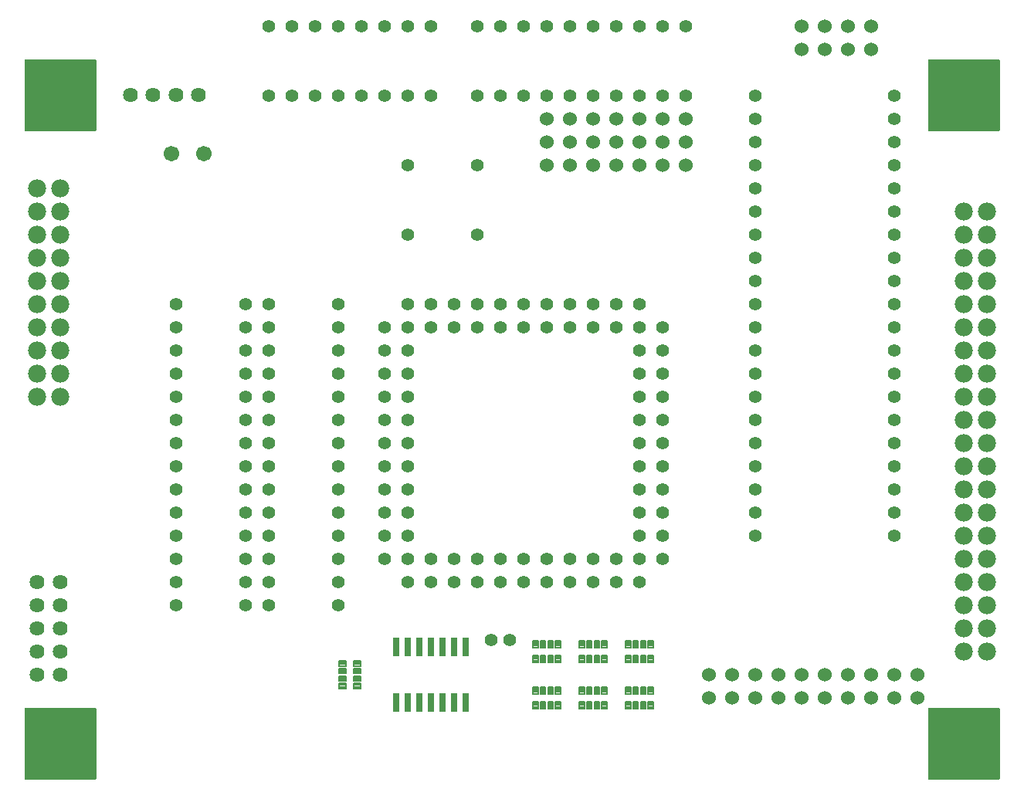
<source format=gbr>
G04 EAGLE Gerber RS-274X export*
G75*
%MOMM*%
%FSLAX34Y34*%
%LPD*%
%INSoldermask Top*%
%IPPOS*%
%AMOC8*
5,1,8,0,0,1.08239X$1,22.5*%
G01*
%ADD10C,1.981200*%
%ADD11C,1.701800*%
%ADD12C,1.422400*%
%ADD13C,1.625600*%
%ADD14C,0.200616*%
%ADD15C,0.179816*%
%ADD16R,0.762000X2.133600*%
%ADD17C,1.524000*%
%ADD18C,4.117600*%

G36*
X1066918Y633746D02*
X1066918Y633746D01*
X1067037Y633753D01*
X1067075Y633766D01*
X1067116Y633771D01*
X1067226Y633814D01*
X1067339Y633851D01*
X1067374Y633873D01*
X1067411Y633888D01*
X1067507Y633958D01*
X1067608Y634021D01*
X1067636Y634051D01*
X1067669Y634074D01*
X1067745Y634166D01*
X1067826Y634253D01*
X1067846Y634288D01*
X1067871Y634319D01*
X1067922Y634427D01*
X1067980Y634531D01*
X1067990Y634571D01*
X1068007Y634607D01*
X1068029Y634724D01*
X1068059Y634839D01*
X1068063Y634900D01*
X1068067Y634920D01*
X1068065Y634940D01*
X1068069Y635000D01*
X1068069Y711200D01*
X1068054Y711318D01*
X1068047Y711437D01*
X1068034Y711475D01*
X1068029Y711516D01*
X1067986Y711626D01*
X1067949Y711739D01*
X1067927Y711774D01*
X1067912Y711811D01*
X1067843Y711907D01*
X1067779Y712008D01*
X1067749Y712036D01*
X1067726Y712069D01*
X1067634Y712145D01*
X1067547Y712226D01*
X1067512Y712246D01*
X1067481Y712271D01*
X1067373Y712322D01*
X1067269Y712380D01*
X1067229Y712390D01*
X1067193Y712407D01*
X1067076Y712429D01*
X1066961Y712459D01*
X1066901Y712463D01*
X1066881Y712467D01*
X1066860Y712465D01*
X1066800Y712469D01*
X990600Y712469D01*
X990482Y712454D01*
X990363Y712447D01*
X990325Y712434D01*
X990284Y712429D01*
X990174Y712386D01*
X990061Y712349D01*
X990026Y712327D01*
X989989Y712312D01*
X989893Y712243D01*
X989792Y712179D01*
X989764Y712149D01*
X989731Y712126D01*
X989656Y712034D01*
X989574Y711947D01*
X989554Y711912D01*
X989529Y711881D01*
X989478Y711773D01*
X989420Y711669D01*
X989410Y711629D01*
X989393Y711593D01*
X989371Y711476D01*
X989341Y711361D01*
X989337Y711301D01*
X989333Y711281D01*
X989335Y711260D01*
X989331Y711200D01*
X989331Y635000D01*
X989346Y634882D01*
X989353Y634763D01*
X989366Y634725D01*
X989371Y634684D01*
X989414Y634574D01*
X989451Y634461D01*
X989473Y634426D01*
X989488Y634389D01*
X989558Y634293D01*
X989621Y634192D01*
X989651Y634164D01*
X989674Y634131D01*
X989766Y634056D01*
X989853Y633974D01*
X989888Y633954D01*
X989919Y633929D01*
X990027Y633878D01*
X990131Y633820D01*
X990171Y633810D01*
X990207Y633793D01*
X990324Y633771D01*
X990439Y633741D01*
X990500Y633737D01*
X990520Y633733D01*
X990540Y633735D01*
X990600Y633731D01*
X1066800Y633731D01*
X1066918Y633746D01*
G37*
G36*
X76318Y633746D02*
X76318Y633746D01*
X76437Y633753D01*
X76475Y633766D01*
X76516Y633771D01*
X76626Y633814D01*
X76739Y633851D01*
X76774Y633873D01*
X76811Y633888D01*
X76907Y633958D01*
X77008Y634021D01*
X77036Y634051D01*
X77069Y634074D01*
X77145Y634166D01*
X77226Y634253D01*
X77246Y634288D01*
X77271Y634319D01*
X77322Y634427D01*
X77380Y634531D01*
X77390Y634571D01*
X77407Y634607D01*
X77429Y634724D01*
X77459Y634839D01*
X77463Y634900D01*
X77467Y634920D01*
X77465Y634940D01*
X77469Y635000D01*
X77469Y711200D01*
X77454Y711318D01*
X77447Y711437D01*
X77434Y711475D01*
X77429Y711516D01*
X77386Y711626D01*
X77349Y711739D01*
X77327Y711774D01*
X77312Y711811D01*
X77243Y711907D01*
X77179Y712008D01*
X77149Y712036D01*
X77126Y712069D01*
X77034Y712145D01*
X76947Y712226D01*
X76912Y712246D01*
X76881Y712271D01*
X76773Y712322D01*
X76669Y712380D01*
X76629Y712390D01*
X76593Y712407D01*
X76476Y712429D01*
X76361Y712459D01*
X76301Y712463D01*
X76281Y712467D01*
X76260Y712465D01*
X76200Y712469D01*
X0Y712469D01*
X-118Y712454D01*
X-237Y712447D01*
X-275Y712434D01*
X-316Y712429D01*
X-426Y712386D01*
X-539Y712349D01*
X-574Y712327D01*
X-611Y712312D01*
X-707Y712243D01*
X-808Y712179D01*
X-836Y712149D01*
X-869Y712126D01*
X-945Y712034D01*
X-1026Y711947D01*
X-1046Y711912D01*
X-1071Y711881D01*
X-1122Y711773D01*
X-1180Y711669D01*
X-1190Y711629D01*
X-1207Y711593D01*
X-1229Y711476D01*
X-1259Y711361D01*
X-1263Y711301D01*
X-1267Y711281D01*
X-1265Y711260D01*
X-1269Y711200D01*
X-1269Y635000D01*
X-1254Y634882D01*
X-1247Y634763D01*
X-1234Y634725D01*
X-1229Y634684D01*
X-1186Y634574D01*
X-1149Y634461D01*
X-1127Y634426D01*
X-1112Y634389D01*
X-1043Y634293D01*
X-979Y634192D01*
X-949Y634164D01*
X-926Y634131D01*
X-834Y634056D01*
X-747Y633974D01*
X-712Y633954D01*
X-681Y633929D01*
X-573Y633878D01*
X-469Y633820D01*
X-429Y633810D01*
X-393Y633793D01*
X-276Y633771D01*
X-161Y633741D01*
X-101Y633737D01*
X-81Y633733D01*
X-60Y633735D01*
X0Y633731D01*
X76200Y633731D01*
X76318Y633746D01*
G37*
G36*
X1066918Y-77454D02*
X1066918Y-77454D01*
X1067037Y-77447D01*
X1067075Y-77434D01*
X1067116Y-77429D01*
X1067226Y-77386D01*
X1067339Y-77349D01*
X1067374Y-77327D01*
X1067411Y-77312D01*
X1067507Y-77243D01*
X1067608Y-77179D01*
X1067636Y-77149D01*
X1067669Y-77126D01*
X1067745Y-77034D01*
X1067826Y-76947D01*
X1067846Y-76912D01*
X1067871Y-76881D01*
X1067922Y-76773D01*
X1067980Y-76669D01*
X1067990Y-76629D01*
X1068007Y-76593D01*
X1068029Y-76476D01*
X1068059Y-76361D01*
X1068063Y-76301D01*
X1068067Y-76281D01*
X1068065Y-76260D01*
X1068069Y-76200D01*
X1068069Y0D01*
X1068054Y118D01*
X1068047Y237D01*
X1068034Y275D01*
X1068029Y316D01*
X1067986Y426D01*
X1067949Y539D01*
X1067927Y574D01*
X1067912Y611D01*
X1067843Y707D01*
X1067779Y808D01*
X1067749Y836D01*
X1067726Y869D01*
X1067634Y945D01*
X1067547Y1026D01*
X1067512Y1046D01*
X1067481Y1071D01*
X1067373Y1122D01*
X1067269Y1180D01*
X1067229Y1190D01*
X1067193Y1207D01*
X1067076Y1229D01*
X1066961Y1259D01*
X1066901Y1263D01*
X1066881Y1267D01*
X1066860Y1265D01*
X1066800Y1269D01*
X990600Y1269D01*
X990482Y1254D01*
X990363Y1247D01*
X990325Y1234D01*
X990284Y1229D01*
X990174Y1186D01*
X990061Y1149D01*
X990026Y1127D01*
X989989Y1112D01*
X989893Y1043D01*
X989792Y979D01*
X989764Y949D01*
X989731Y926D01*
X989656Y834D01*
X989574Y747D01*
X989554Y712D01*
X989529Y681D01*
X989478Y573D01*
X989420Y469D01*
X989410Y429D01*
X989393Y393D01*
X989371Y276D01*
X989341Y161D01*
X989337Y101D01*
X989333Y81D01*
X989335Y60D01*
X989331Y0D01*
X989331Y-76200D01*
X989346Y-76318D01*
X989353Y-76437D01*
X989366Y-76475D01*
X989371Y-76516D01*
X989414Y-76626D01*
X989451Y-76739D01*
X989473Y-76774D01*
X989488Y-76811D01*
X989558Y-76907D01*
X989621Y-77008D01*
X989651Y-77036D01*
X989674Y-77069D01*
X989766Y-77145D01*
X989853Y-77226D01*
X989888Y-77246D01*
X989919Y-77271D01*
X990027Y-77322D01*
X990131Y-77380D01*
X990171Y-77390D01*
X990207Y-77407D01*
X990324Y-77429D01*
X990439Y-77459D01*
X990500Y-77463D01*
X990520Y-77467D01*
X990540Y-77465D01*
X990600Y-77469D01*
X1066800Y-77469D01*
X1066918Y-77454D01*
G37*
G36*
X76318Y-77454D02*
X76318Y-77454D01*
X76437Y-77447D01*
X76475Y-77434D01*
X76516Y-77429D01*
X76626Y-77386D01*
X76739Y-77349D01*
X76774Y-77327D01*
X76811Y-77312D01*
X76907Y-77243D01*
X77008Y-77179D01*
X77036Y-77149D01*
X77069Y-77126D01*
X77145Y-77034D01*
X77226Y-76947D01*
X77246Y-76912D01*
X77271Y-76881D01*
X77322Y-76773D01*
X77380Y-76669D01*
X77390Y-76629D01*
X77407Y-76593D01*
X77429Y-76476D01*
X77459Y-76361D01*
X77463Y-76301D01*
X77467Y-76281D01*
X77465Y-76260D01*
X77469Y-76200D01*
X77469Y0D01*
X77454Y118D01*
X77447Y237D01*
X77434Y275D01*
X77429Y316D01*
X77386Y426D01*
X77349Y539D01*
X77327Y574D01*
X77312Y611D01*
X77243Y707D01*
X77179Y808D01*
X77149Y836D01*
X77126Y869D01*
X77034Y945D01*
X76947Y1026D01*
X76912Y1046D01*
X76881Y1071D01*
X76773Y1122D01*
X76669Y1180D01*
X76629Y1190D01*
X76593Y1207D01*
X76476Y1229D01*
X76361Y1259D01*
X76301Y1263D01*
X76281Y1267D01*
X76260Y1265D01*
X76200Y1269D01*
X0Y1269D01*
X-118Y1254D01*
X-237Y1247D01*
X-275Y1234D01*
X-316Y1229D01*
X-426Y1186D01*
X-539Y1149D01*
X-574Y1127D01*
X-611Y1112D01*
X-707Y1043D01*
X-808Y979D01*
X-836Y949D01*
X-869Y926D01*
X-945Y834D01*
X-1026Y747D01*
X-1046Y712D01*
X-1071Y681D01*
X-1122Y573D01*
X-1180Y469D01*
X-1190Y429D01*
X-1207Y393D01*
X-1229Y276D01*
X-1259Y161D01*
X-1263Y101D01*
X-1267Y81D01*
X-1265Y60D01*
X-1269Y0D01*
X-1269Y-76200D01*
X-1254Y-76318D01*
X-1247Y-76437D01*
X-1234Y-76475D01*
X-1229Y-76516D01*
X-1186Y-76626D01*
X-1149Y-76739D01*
X-1127Y-76774D01*
X-1112Y-76811D01*
X-1043Y-76907D01*
X-979Y-77008D01*
X-949Y-77036D01*
X-926Y-77069D01*
X-834Y-77145D01*
X-747Y-77226D01*
X-712Y-77246D01*
X-681Y-77271D01*
X-573Y-77322D01*
X-469Y-77380D01*
X-429Y-77390D01*
X-393Y-77407D01*
X-276Y-77429D01*
X-161Y-77459D01*
X-101Y-77463D01*
X-81Y-77467D01*
X-60Y-77465D01*
X0Y-77469D01*
X76200Y-77469D01*
X76318Y-77454D01*
G37*
D10*
X1054100Y63500D03*
X1028700Y63500D03*
X1054100Y88900D03*
X1028700Y88900D03*
X1054100Y114300D03*
X1028700Y114300D03*
X1054100Y139700D03*
X1028700Y139700D03*
X1054100Y165100D03*
X1028700Y165100D03*
X1054100Y190500D03*
X1028700Y190500D03*
X1054100Y215900D03*
X1028700Y215900D03*
X1054100Y241300D03*
X1028700Y241300D03*
X1054100Y266700D03*
X1028700Y266700D03*
X1054100Y292100D03*
X1028700Y292100D03*
X1054100Y317500D03*
X1028700Y317500D03*
X1054100Y342900D03*
X1028700Y342900D03*
X1054100Y368300D03*
X1028700Y368300D03*
X1054100Y393700D03*
X1028700Y393700D03*
X1054100Y419100D03*
X1028700Y419100D03*
X1054100Y444500D03*
X1028700Y444500D03*
X1054100Y469900D03*
X1028700Y469900D03*
X1054100Y495300D03*
X1028700Y495300D03*
X1054100Y520700D03*
X1028700Y520700D03*
X1054100Y546100D03*
X1028700Y546100D03*
D11*
X195580Y609600D03*
X160020Y609600D03*
D10*
X38100Y342900D03*
X12700Y342900D03*
X38100Y368300D03*
X12700Y368300D03*
X38100Y393700D03*
X12700Y393700D03*
X38100Y419100D03*
X12700Y419100D03*
X38100Y444500D03*
X12700Y444500D03*
X38100Y469900D03*
X12700Y469900D03*
X38100Y495300D03*
X12700Y495300D03*
X38100Y520700D03*
X12700Y520700D03*
X38100Y546100D03*
X12700Y546100D03*
X38100Y571500D03*
X12700Y571500D03*
D12*
X546100Y444500D03*
X546100Y419100D03*
X520700Y444500D03*
X520700Y419100D03*
X495300Y444500D03*
X495300Y419100D03*
X469900Y444500D03*
X469900Y419100D03*
X444500Y444500D03*
X444500Y419100D03*
X419100Y444500D03*
X393700Y419100D03*
X419100Y419100D03*
X393700Y393700D03*
X419100Y393700D03*
X393700Y368300D03*
X419100Y368300D03*
X393700Y342900D03*
X419100Y342900D03*
X393700Y317500D03*
X419100Y317500D03*
X393700Y292100D03*
X419100Y292100D03*
X393700Y266700D03*
X419100Y266700D03*
X393700Y241300D03*
X419100Y241300D03*
X393700Y215900D03*
X419100Y215900D03*
X393700Y190500D03*
X393700Y165100D03*
X419100Y190500D03*
X419100Y139700D03*
X419100Y165100D03*
X444500Y165100D03*
X444500Y139700D03*
X469900Y165100D03*
X469900Y139700D03*
X495300Y165100D03*
X495300Y139700D03*
X520700Y139700D03*
X520700Y165100D03*
X546100Y139700D03*
X546100Y165100D03*
X571500Y139700D03*
X571500Y165100D03*
X596900Y139700D03*
X596900Y165100D03*
X622300Y165100D03*
X622300Y139700D03*
X647700Y165100D03*
X647700Y139700D03*
X673100Y139700D03*
X673100Y419100D03*
X698500Y419100D03*
X673100Y393700D03*
X698500Y393700D03*
X673100Y368300D03*
X698500Y368300D03*
X673100Y342900D03*
X698500Y342900D03*
X673100Y317500D03*
X698500Y317500D03*
X673100Y292100D03*
X698500Y292100D03*
X673100Y266700D03*
X698500Y266700D03*
X673100Y241300D03*
X698500Y241300D03*
X673100Y215900D03*
X698500Y215900D03*
X673100Y190500D03*
X673100Y165100D03*
X698500Y190500D03*
X698500Y165100D03*
X596900Y419100D03*
X596900Y444500D03*
X622300Y419100D03*
X622300Y444500D03*
X647700Y419100D03*
X647700Y444500D03*
X673100Y444500D03*
X571500Y444500D03*
X571500Y419100D03*
X266700Y444500D03*
X266700Y419100D03*
X266700Y292100D03*
X266700Y266700D03*
X266700Y393700D03*
X266700Y368300D03*
X266700Y317500D03*
X266700Y342900D03*
X266700Y241300D03*
X266700Y215900D03*
X266700Y190500D03*
X266700Y165100D03*
X266700Y139700D03*
X266700Y114300D03*
X342900Y114300D03*
X342900Y139700D03*
X342900Y165100D03*
X342900Y190500D03*
X342900Y215900D03*
X342900Y241300D03*
X342900Y266700D03*
X342900Y292100D03*
X342900Y317500D03*
X342900Y342900D03*
X342900Y368300D03*
X342900Y393700D03*
X342900Y419100D03*
X342900Y444500D03*
D13*
X139900Y674100D03*
X114900Y674100D03*
X164900Y674100D03*
X189900Y674100D03*
D12*
X419100Y596900D03*
X419100Y520700D03*
X495300Y520700D03*
X495300Y596900D03*
X165100Y444500D03*
X165100Y419100D03*
X165100Y292100D03*
X165100Y266700D03*
X165100Y393700D03*
X165100Y368300D03*
X165100Y317500D03*
X165100Y342900D03*
X165100Y241300D03*
X165100Y215900D03*
X165100Y190500D03*
X165100Y165100D03*
X165100Y139700D03*
X165100Y114300D03*
X241300Y114300D03*
X241300Y139700D03*
X241300Y165100D03*
X241300Y190500D03*
X241300Y215900D03*
X241300Y241300D03*
X241300Y266700D03*
X241300Y292100D03*
X241300Y317500D03*
X241300Y342900D03*
X241300Y368300D03*
X241300Y393700D03*
X241300Y419100D03*
X241300Y444500D03*
D14*
X561955Y59155D02*
X561955Y51645D01*
X556245Y51645D01*
X556245Y59155D01*
X561955Y59155D01*
X561955Y53551D02*
X556245Y53551D01*
X556245Y55457D02*
X561955Y55457D01*
X561955Y57363D02*
X556245Y57363D01*
D15*
X570059Y59259D02*
X570059Y51541D01*
X564941Y51541D01*
X564941Y59259D01*
X570059Y59259D01*
X570059Y53249D02*
X564941Y53249D01*
X564941Y54957D02*
X570059Y54957D01*
X570059Y56665D02*
X564941Y56665D01*
X564941Y58373D02*
X570059Y58373D01*
X578059Y59259D02*
X578059Y51541D01*
X572941Y51541D01*
X572941Y59259D01*
X578059Y59259D01*
X578059Y53249D02*
X572941Y53249D01*
X572941Y54957D02*
X578059Y54957D01*
X578059Y56665D02*
X572941Y56665D01*
X572941Y58373D02*
X578059Y58373D01*
D14*
X586755Y59155D02*
X586755Y51645D01*
X581045Y51645D01*
X581045Y59155D01*
X586755Y59155D01*
X586755Y53551D02*
X581045Y53551D01*
X581045Y55457D02*
X586755Y55457D01*
X586755Y57363D02*
X581045Y57363D01*
X586755Y67845D02*
X586755Y75355D01*
X586755Y67845D02*
X581045Y67845D01*
X581045Y75355D01*
X586755Y75355D01*
X586755Y69751D02*
X581045Y69751D01*
X581045Y71657D02*
X586755Y71657D01*
X586755Y73563D02*
X581045Y73563D01*
D15*
X578059Y75459D02*
X578059Y67741D01*
X572941Y67741D01*
X572941Y75459D01*
X578059Y75459D01*
X578059Y69449D02*
X572941Y69449D01*
X572941Y71157D02*
X578059Y71157D01*
X578059Y72865D02*
X572941Y72865D01*
X572941Y74573D02*
X578059Y74573D01*
X570059Y75459D02*
X570059Y67741D01*
X564941Y67741D01*
X564941Y75459D01*
X570059Y75459D01*
X570059Y69449D02*
X564941Y69449D01*
X564941Y71157D02*
X570059Y71157D01*
X570059Y72865D02*
X564941Y72865D01*
X564941Y74573D02*
X570059Y74573D01*
D14*
X561955Y75355D02*
X561955Y67845D01*
X556245Y67845D01*
X556245Y75355D01*
X561955Y75355D01*
X561955Y69751D02*
X556245Y69751D01*
X556245Y71657D02*
X561955Y71657D01*
X561955Y73563D02*
X556245Y73563D01*
X561955Y8355D02*
X561955Y845D01*
X556245Y845D01*
X556245Y8355D01*
X561955Y8355D01*
X561955Y2751D02*
X556245Y2751D01*
X556245Y4657D02*
X561955Y4657D01*
X561955Y6563D02*
X556245Y6563D01*
D15*
X570059Y8459D02*
X570059Y741D01*
X564941Y741D01*
X564941Y8459D01*
X570059Y8459D01*
X570059Y2449D02*
X564941Y2449D01*
X564941Y4157D02*
X570059Y4157D01*
X570059Y5865D02*
X564941Y5865D01*
X564941Y7573D02*
X570059Y7573D01*
X578059Y8459D02*
X578059Y741D01*
X572941Y741D01*
X572941Y8459D01*
X578059Y8459D01*
X578059Y2449D02*
X572941Y2449D01*
X572941Y4157D02*
X578059Y4157D01*
X578059Y5865D02*
X572941Y5865D01*
X572941Y7573D02*
X578059Y7573D01*
D14*
X586755Y8355D02*
X586755Y845D01*
X581045Y845D01*
X581045Y8355D01*
X586755Y8355D01*
X586755Y2751D02*
X581045Y2751D01*
X581045Y4657D02*
X586755Y4657D01*
X586755Y6563D02*
X581045Y6563D01*
X586755Y17045D02*
X586755Y24555D01*
X586755Y17045D02*
X581045Y17045D01*
X581045Y24555D01*
X586755Y24555D01*
X586755Y18951D02*
X581045Y18951D01*
X581045Y20857D02*
X586755Y20857D01*
X586755Y22763D02*
X581045Y22763D01*
D15*
X578059Y24659D02*
X578059Y16941D01*
X572941Y16941D01*
X572941Y24659D01*
X578059Y24659D01*
X578059Y18649D02*
X572941Y18649D01*
X572941Y20357D02*
X578059Y20357D01*
X578059Y22065D02*
X572941Y22065D01*
X572941Y23773D02*
X578059Y23773D01*
X570059Y24659D02*
X570059Y16941D01*
X564941Y16941D01*
X564941Y24659D01*
X570059Y24659D01*
X570059Y18649D02*
X564941Y18649D01*
X564941Y20357D02*
X570059Y20357D01*
X570059Y22065D02*
X564941Y22065D01*
X564941Y23773D02*
X570059Y23773D01*
D14*
X561955Y24555D02*
X561955Y17045D01*
X556245Y17045D01*
X556245Y24555D01*
X561955Y24555D01*
X561955Y18951D02*
X556245Y18951D01*
X556245Y20857D02*
X561955Y20857D01*
X561955Y22763D02*
X556245Y22763D01*
X612755Y51645D02*
X612755Y59155D01*
X612755Y51645D02*
X607045Y51645D01*
X607045Y59155D01*
X612755Y59155D01*
X612755Y53551D02*
X607045Y53551D01*
X607045Y55457D02*
X612755Y55457D01*
X612755Y57363D02*
X607045Y57363D01*
D15*
X620859Y59259D02*
X620859Y51541D01*
X615741Y51541D01*
X615741Y59259D01*
X620859Y59259D01*
X620859Y53249D02*
X615741Y53249D01*
X615741Y54957D02*
X620859Y54957D01*
X620859Y56665D02*
X615741Y56665D01*
X615741Y58373D02*
X620859Y58373D01*
X628859Y59259D02*
X628859Y51541D01*
X623741Y51541D01*
X623741Y59259D01*
X628859Y59259D01*
X628859Y53249D02*
X623741Y53249D01*
X623741Y54957D02*
X628859Y54957D01*
X628859Y56665D02*
X623741Y56665D01*
X623741Y58373D02*
X628859Y58373D01*
D14*
X637555Y59155D02*
X637555Y51645D01*
X631845Y51645D01*
X631845Y59155D01*
X637555Y59155D01*
X637555Y53551D02*
X631845Y53551D01*
X631845Y55457D02*
X637555Y55457D01*
X637555Y57363D02*
X631845Y57363D01*
X637555Y67845D02*
X637555Y75355D01*
X637555Y67845D02*
X631845Y67845D01*
X631845Y75355D01*
X637555Y75355D01*
X637555Y69751D02*
X631845Y69751D01*
X631845Y71657D02*
X637555Y71657D01*
X637555Y73563D02*
X631845Y73563D01*
D15*
X628859Y75459D02*
X628859Y67741D01*
X623741Y67741D01*
X623741Y75459D01*
X628859Y75459D01*
X628859Y69449D02*
X623741Y69449D01*
X623741Y71157D02*
X628859Y71157D01*
X628859Y72865D02*
X623741Y72865D01*
X623741Y74573D02*
X628859Y74573D01*
X620859Y75459D02*
X620859Y67741D01*
X615741Y67741D01*
X615741Y75459D01*
X620859Y75459D01*
X620859Y69449D02*
X615741Y69449D01*
X615741Y71157D02*
X620859Y71157D01*
X620859Y72865D02*
X615741Y72865D01*
X615741Y74573D02*
X620859Y74573D01*
D14*
X612755Y75355D02*
X612755Y67845D01*
X607045Y67845D01*
X607045Y75355D01*
X612755Y75355D01*
X612755Y69751D02*
X607045Y69751D01*
X607045Y71657D02*
X612755Y71657D01*
X612755Y73563D02*
X607045Y73563D01*
X612755Y8355D02*
X612755Y845D01*
X607045Y845D01*
X607045Y8355D01*
X612755Y8355D01*
X612755Y2751D02*
X607045Y2751D01*
X607045Y4657D02*
X612755Y4657D01*
X612755Y6563D02*
X607045Y6563D01*
D15*
X620859Y8459D02*
X620859Y741D01*
X615741Y741D01*
X615741Y8459D01*
X620859Y8459D01*
X620859Y2449D02*
X615741Y2449D01*
X615741Y4157D02*
X620859Y4157D01*
X620859Y5865D02*
X615741Y5865D01*
X615741Y7573D02*
X620859Y7573D01*
X628859Y8459D02*
X628859Y741D01*
X623741Y741D01*
X623741Y8459D01*
X628859Y8459D01*
X628859Y2449D02*
X623741Y2449D01*
X623741Y4157D02*
X628859Y4157D01*
X628859Y5865D02*
X623741Y5865D01*
X623741Y7573D02*
X628859Y7573D01*
D14*
X637555Y8355D02*
X637555Y845D01*
X631845Y845D01*
X631845Y8355D01*
X637555Y8355D01*
X637555Y2751D02*
X631845Y2751D01*
X631845Y4657D02*
X637555Y4657D01*
X637555Y6563D02*
X631845Y6563D01*
X637555Y17045D02*
X637555Y24555D01*
X637555Y17045D02*
X631845Y17045D01*
X631845Y24555D01*
X637555Y24555D01*
X637555Y18951D02*
X631845Y18951D01*
X631845Y20857D02*
X637555Y20857D01*
X637555Y22763D02*
X631845Y22763D01*
D15*
X628859Y24659D02*
X628859Y16941D01*
X623741Y16941D01*
X623741Y24659D01*
X628859Y24659D01*
X628859Y18649D02*
X623741Y18649D01*
X623741Y20357D02*
X628859Y20357D01*
X628859Y22065D02*
X623741Y22065D01*
X623741Y23773D02*
X628859Y23773D01*
X620859Y24659D02*
X620859Y16941D01*
X615741Y16941D01*
X615741Y24659D01*
X620859Y24659D01*
X620859Y18649D02*
X615741Y18649D01*
X615741Y20357D02*
X620859Y20357D01*
X620859Y22065D02*
X615741Y22065D01*
X615741Y23773D02*
X620859Y23773D01*
D14*
X612755Y24555D02*
X612755Y17045D01*
X607045Y17045D01*
X607045Y24555D01*
X612755Y24555D01*
X612755Y18951D02*
X607045Y18951D01*
X607045Y20857D02*
X612755Y20857D01*
X612755Y22763D02*
X607045Y22763D01*
X663555Y51645D02*
X663555Y59155D01*
X663555Y51645D02*
X657845Y51645D01*
X657845Y59155D01*
X663555Y59155D01*
X663555Y53551D02*
X657845Y53551D01*
X657845Y55457D02*
X663555Y55457D01*
X663555Y57363D02*
X657845Y57363D01*
D15*
X671659Y59259D02*
X671659Y51541D01*
X666541Y51541D01*
X666541Y59259D01*
X671659Y59259D01*
X671659Y53249D02*
X666541Y53249D01*
X666541Y54957D02*
X671659Y54957D01*
X671659Y56665D02*
X666541Y56665D01*
X666541Y58373D02*
X671659Y58373D01*
X679659Y59259D02*
X679659Y51541D01*
X674541Y51541D01*
X674541Y59259D01*
X679659Y59259D01*
X679659Y53249D02*
X674541Y53249D01*
X674541Y54957D02*
X679659Y54957D01*
X679659Y56665D02*
X674541Y56665D01*
X674541Y58373D02*
X679659Y58373D01*
D14*
X688355Y59155D02*
X688355Y51645D01*
X682645Y51645D01*
X682645Y59155D01*
X688355Y59155D01*
X688355Y53551D02*
X682645Y53551D01*
X682645Y55457D02*
X688355Y55457D01*
X688355Y57363D02*
X682645Y57363D01*
X688355Y67845D02*
X688355Y75355D01*
X688355Y67845D02*
X682645Y67845D01*
X682645Y75355D01*
X688355Y75355D01*
X688355Y69751D02*
X682645Y69751D01*
X682645Y71657D02*
X688355Y71657D01*
X688355Y73563D02*
X682645Y73563D01*
D15*
X679659Y75459D02*
X679659Y67741D01*
X674541Y67741D01*
X674541Y75459D01*
X679659Y75459D01*
X679659Y69449D02*
X674541Y69449D01*
X674541Y71157D02*
X679659Y71157D01*
X679659Y72865D02*
X674541Y72865D01*
X674541Y74573D02*
X679659Y74573D01*
X671659Y75459D02*
X671659Y67741D01*
X666541Y67741D01*
X666541Y75459D01*
X671659Y75459D01*
X671659Y69449D02*
X666541Y69449D01*
X666541Y71157D02*
X671659Y71157D01*
X671659Y72865D02*
X666541Y72865D01*
X666541Y74573D02*
X671659Y74573D01*
D14*
X663555Y75355D02*
X663555Y67845D01*
X657845Y67845D01*
X657845Y75355D01*
X663555Y75355D01*
X663555Y69751D02*
X657845Y69751D01*
X657845Y71657D02*
X663555Y71657D01*
X663555Y73563D02*
X657845Y73563D01*
X663555Y8355D02*
X663555Y845D01*
X657845Y845D01*
X657845Y8355D01*
X663555Y8355D01*
X663555Y2751D02*
X657845Y2751D01*
X657845Y4657D02*
X663555Y4657D01*
X663555Y6563D02*
X657845Y6563D01*
D15*
X671659Y8459D02*
X671659Y741D01*
X666541Y741D01*
X666541Y8459D01*
X671659Y8459D01*
X671659Y2449D02*
X666541Y2449D01*
X666541Y4157D02*
X671659Y4157D01*
X671659Y5865D02*
X666541Y5865D01*
X666541Y7573D02*
X671659Y7573D01*
X679659Y8459D02*
X679659Y741D01*
X674541Y741D01*
X674541Y8459D01*
X679659Y8459D01*
X679659Y2449D02*
X674541Y2449D01*
X674541Y4157D02*
X679659Y4157D01*
X679659Y5865D02*
X674541Y5865D01*
X674541Y7573D02*
X679659Y7573D01*
D14*
X688355Y8355D02*
X688355Y845D01*
X682645Y845D01*
X682645Y8355D01*
X688355Y8355D01*
X688355Y2751D02*
X682645Y2751D01*
X682645Y4657D02*
X688355Y4657D01*
X688355Y6563D02*
X682645Y6563D01*
X688355Y17045D02*
X688355Y24555D01*
X688355Y17045D02*
X682645Y17045D01*
X682645Y24555D01*
X688355Y24555D01*
X688355Y18951D02*
X682645Y18951D01*
X682645Y20857D02*
X688355Y20857D01*
X688355Y22763D02*
X682645Y22763D01*
D15*
X679659Y24659D02*
X679659Y16941D01*
X674541Y16941D01*
X674541Y24659D01*
X679659Y24659D01*
X679659Y18649D02*
X674541Y18649D01*
X674541Y20357D02*
X679659Y20357D01*
X679659Y22065D02*
X674541Y22065D01*
X674541Y23773D02*
X679659Y23773D01*
X671659Y24659D02*
X671659Y16941D01*
X666541Y16941D01*
X666541Y24659D01*
X671659Y24659D01*
X671659Y18649D02*
X666541Y18649D01*
X666541Y20357D02*
X671659Y20357D01*
X671659Y22065D02*
X666541Y22065D01*
X666541Y23773D02*
X671659Y23773D01*
D14*
X663555Y24555D02*
X663555Y17045D01*
X657845Y17045D01*
X657845Y24555D01*
X663555Y24555D01*
X663555Y18951D02*
X657845Y18951D01*
X657845Y20857D02*
X663555Y20857D01*
X663555Y22763D02*
X657845Y22763D01*
D16*
X406400Y7366D03*
X406400Y68834D03*
X419100Y7366D03*
X431800Y7366D03*
X419100Y68834D03*
X431800Y68834D03*
X444500Y7366D03*
X444500Y68834D03*
X457200Y7366D03*
X469900Y7366D03*
X457200Y68834D03*
X469900Y68834D03*
X482600Y7366D03*
X482600Y68834D03*
D14*
X367455Y28555D02*
X359945Y28555D01*
X367455Y28555D02*
X367455Y22845D01*
X359945Y22845D01*
X359945Y28555D01*
X359945Y24751D02*
X367455Y24751D01*
X367455Y26657D02*
X359945Y26657D01*
D15*
X359841Y36659D02*
X367559Y36659D01*
X367559Y31541D01*
X359841Y31541D01*
X359841Y36659D01*
X359841Y33249D02*
X367559Y33249D01*
X367559Y34957D02*
X359841Y34957D01*
X359841Y44659D02*
X367559Y44659D01*
X367559Y39541D01*
X359841Y39541D01*
X359841Y44659D01*
X359841Y41249D02*
X367559Y41249D01*
X367559Y42957D02*
X359841Y42957D01*
D14*
X359945Y53355D02*
X367455Y53355D01*
X367455Y47645D01*
X359945Y47645D01*
X359945Y53355D01*
X359945Y49551D02*
X367455Y49551D01*
X367455Y51457D02*
X359945Y51457D01*
X351255Y53355D02*
X343745Y53355D01*
X351255Y53355D02*
X351255Y47645D01*
X343745Y47645D01*
X343745Y53355D01*
X343745Y49551D02*
X351255Y49551D01*
X351255Y51457D02*
X343745Y51457D01*
D15*
X343641Y44659D02*
X351359Y44659D01*
X351359Y39541D01*
X343641Y39541D01*
X343641Y44659D01*
X343641Y41249D02*
X351359Y41249D01*
X351359Y42957D02*
X343641Y42957D01*
X343641Y36659D02*
X351359Y36659D01*
X351359Y31541D01*
X343641Y31541D01*
X343641Y36659D01*
X343641Y33249D02*
X351359Y33249D01*
X351359Y34957D02*
X343641Y34957D01*
D14*
X343745Y28555D02*
X351255Y28555D01*
X351255Y22845D01*
X343745Y22845D01*
X343745Y28555D01*
X343745Y24751D02*
X351255Y24751D01*
X351255Y26657D02*
X343745Y26657D01*
D13*
X38100Y38100D03*
X38100Y63500D03*
X38100Y88900D03*
X38100Y114300D03*
X38100Y139700D03*
X12700Y38100D03*
X12700Y63500D03*
X12700Y88900D03*
X12700Y114300D03*
X12700Y139700D03*
D12*
X530860Y76200D03*
X510540Y76200D03*
X952500Y190500D03*
X952500Y215900D03*
X952500Y342900D03*
X952500Y368300D03*
X952500Y241300D03*
X952500Y266700D03*
X952500Y317500D03*
X952500Y292100D03*
X952500Y393700D03*
X952500Y419100D03*
X952500Y444500D03*
X952500Y469900D03*
X952500Y495300D03*
X952500Y520700D03*
X952500Y546100D03*
X952500Y571500D03*
X952500Y596900D03*
X952500Y622300D03*
X952500Y647700D03*
X952500Y673100D03*
X800100Y673100D03*
X800100Y647700D03*
X800100Y622300D03*
X800100Y596900D03*
X800100Y571500D03*
X800100Y546100D03*
X800100Y520700D03*
X800100Y495300D03*
X800100Y469900D03*
X800100Y444500D03*
X800100Y419100D03*
X800100Y393700D03*
X800100Y368300D03*
X800100Y342900D03*
X800100Y317500D03*
X800100Y292100D03*
X800100Y266700D03*
X800100Y241300D03*
X800100Y215900D03*
X800100Y190500D03*
X495300Y673100D03*
X520700Y673100D03*
X647700Y673100D03*
X673100Y673100D03*
X546100Y673100D03*
X571500Y673100D03*
X622300Y673100D03*
X596900Y673100D03*
X698500Y673100D03*
X723900Y673100D03*
X723900Y749300D03*
X698500Y749300D03*
X673100Y749300D03*
X647700Y749300D03*
X622300Y749300D03*
X596900Y749300D03*
X571500Y749300D03*
X546100Y749300D03*
X520700Y749300D03*
X495300Y749300D03*
X266700Y673100D03*
X292100Y673100D03*
X419100Y673100D03*
X444500Y673100D03*
X317500Y673100D03*
X342900Y673100D03*
X393700Y673100D03*
X368300Y673100D03*
X444500Y749300D03*
X419100Y749300D03*
X393700Y749300D03*
X368300Y749300D03*
X342900Y749300D03*
X317500Y749300D03*
X292100Y749300D03*
X266700Y749300D03*
D17*
X571500Y596900D03*
X571500Y622300D03*
X571500Y647700D03*
X596900Y596900D03*
X596900Y622300D03*
X596900Y647700D03*
X622300Y596900D03*
X622300Y622300D03*
X622300Y647700D03*
X647700Y596900D03*
X647700Y622300D03*
X647700Y647700D03*
X673100Y596900D03*
X673100Y622300D03*
X673100Y647700D03*
X698500Y596900D03*
X698500Y622300D03*
X698500Y647700D03*
X723900Y596900D03*
X723900Y622300D03*
X723900Y647700D03*
X977900Y38100D03*
X977900Y12700D03*
X952500Y38100D03*
X952500Y12700D03*
X927100Y38100D03*
X927100Y12700D03*
X901700Y38100D03*
X901700Y12700D03*
X876300Y38100D03*
X876300Y12700D03*
X850900Y38100D03*
X850900Y12700D03*
X825500Y38100D03*
X825500Y12700D03*
X800100Y38100D03*
X800100Y12700D03*
X774700Y38100D03*
X774700Y12700D03*
X749300Y38100D03*
X749300Y12700D03*
X927100Y749300D03*
X927100Y723900D03*
X901700Y749300D03*
X901700Y723900D03*
X876300Y749300D03*
X876300Y723900D03*
X850900Y723900D03*
X850900Y749300D03*
D18*
X38100Y-38100D03*
X1028700Y-38100D03*
X38100Y673100D03*
X1028700Y673100D03*
M02*

</source>
